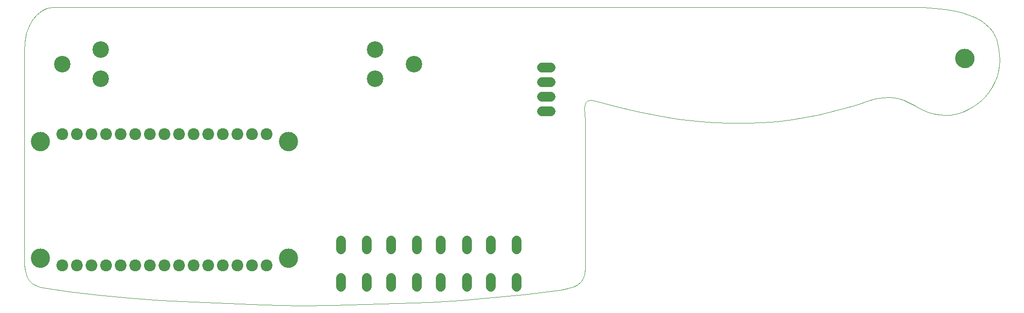
<source format=gts>
G75*
%MOIN*%
%OFA0B0*%
%FSLAX25Y25*%
%IPPOS*%
%LPD*%
%AMOC8*
5,1,8,0,0,1.08239X$1,22.5*
%
%ADD10C,0.00004*%
%ADD11C,0.00000*%
%ADD12C,0.13098*%
%ADD13C,0.06500*%
%ADD14C,0.08100*%
%ADD15C,0.11300*%
D10*
X0011846Y0013466D02*
X0031543Y0010503D01*
X0051860Y0008103D01*
X0072852Y0006185D01*
X0094574Y0004668D01*
X0117080Y0003472D01*
X0140427Y0002516D01*
X0164669Y0001720D01*
X0189861Y0001002D01*
X0212030Y0001298D01*
X0234150Y0001754D01*
X0256205Y0002429D01*
X0278174Y0003386D01*
X0300040Y0004685D01*
X0321784Y0006388D01*
X0343387Y0008557D01*
X0364832Y0011252D01*
X0369506Y0011971D01*
X0373614Y0012818D01*
X0377136Y0013906D01*
X0380047Y0015348D01*
X0382328Y0017258D01*
X0383954Y0019747D01*
X0384906Y0022929D01*
X0385159Y0026918D01*
X0385159Y0129287D01*
X0385099Y0130998D01*
X0384904Y0133242D01*
X0384785Y0135721D01*
X0384951Y0138135D01*
X0385610Y0140186D01*
X0386973Y0141574D01*
X0389248Y0141999D01*
X0392646Y0141164D01*
X0407677Y0137147D01*
X0422037Y0133806D01*
X0435760Y0131108D01*
X0448881Y0129019D01*
X0461435Y0127503D01*
X0473457Y0126528D01*
X0484982Y0126058D01*
X0496044Y0126060D01*
X0506679Y0126499D01*
X0516922Y0127341D01*
X0526807Y0128553D01*
X0536369Y0130098D01*
X0545643Y0131945D01*
X0554664Y0134058D01*
X0563466Y0136403D01*
X0572086Y0138946D01*
X0578498Y0141219D01*
X0584108Y0142735D01*
X0589012Y0143578D01*
X0593307Y0143832D01*
X0597089Y0143583D01*
X0600454Y0142913D01*
X0603500Y0141908D01*
X0606321Y0140653D01*
X0609014Y0139231D01*
X0611676Y0137727D01*
X0614403Y0136226D01*
X0617292Y0134811D01*
X0620438Y0133568D01*
X0623938Y0132580D01*
X0627889Y0131933D01*
X0632386Y0131710D01*
X0635234Y0131704D01*
X0638219Y0132085D01*
X0641296Y0132840D01*
X0644419Y0133952D01*
X0647544Y0135405D01*
X0650626Y0137185D01*
X0653619Y0139275D01*
X0656479Y0141660D01*
X0659161Y0144324D01*
X0661619Y0147253D01*
X0663809Y0150429D01*
X0665686Y0153838D01*
X0667205Y0157464D01*
X0668320Y0161292D01*
X0668987Y0165305D01*
X0669161Y0169489D01*
X0669067Y0173106D01*
X0668728Y0176600D01*
X0668105Y0179958D01*
X0667162Y0183168D01*
X0665859Y0186215D01*
X0664158Y0189089D01*
X0662022Y0191775D01*
X0659413Y0194260D01*
X0656292Y0196533D01*
X0652622Y0198579D01*
X0648364Y0200387D01*
X0643481Y0201944D01*
X0637934Y0203235D01*
X0631685Y0204249D01*
X0624696Y0204973D01*
X0616930Y0205394D01*
X0019959Y0205394D01*
X0016433Y0204726D01*
X0012975Y0203099D01*
X0009716Y0200551D01*
X0006788Y0197124D01*
X0004321Y0192857D01*
X0002447Y0187790D01*
X0001297Y0181964D01*
X0001002Y0175419D01*
X0001002Y0029028D01*
X0001191Y0026999D01*
X0001546Y0024824D01*
X0002150Y0022588D01*
X0003087Y0020375D01*
X0004441Y0018271D01*
X0006297Y0016361D01*
X0008737Y0014731D01*
X0011846Y0013466D01*
D11*
X0005518Y0033510D02*
X0005520Y0033668D01*
X0005526Y0033826D01*
X0005536Y0033984D01*
X0005550Y0034142D01*
X0005568Y0034299D01*
X0005589Y0034456D01*
X0005615Y0034612D01*
X0005645Y0034768D01*
X0005678Y0034923D01*
X0005716Y0035076D01*
X0005757Y0035229D01*
X0005802Y0035381D01*
X0005851Y0035532D01*
X0005904Y0035681D01*
X0005960Y0035829D01*
X0006020Y0035975D01*
X0006084Y0036120D01*
X0006152Y0036263D01*
X0006223Y0036405D01*
X0006297Y0036545D01*
X0006375Y0036682D01*
X0006457Y0036818D01*
X0006541Y0036952D01*
X0006630Y0037083D01*
X0006721Y0037212D01*
X0006816Y0037339D01*
X0006913Y0037464D01*
X0007014Y0037586D01*
X0007118Y0037705D01*
X0007225Y0037822D01*
X0007335Y0037936D01*
X0007448Y0038047D01*
X0007563Y0038156D01*
X0007681Y0038261D01*
X0007802Y0038363D01*
X0007925Y0038463D01*
X0008051Y0038559D01*
X0008179Y0038652D01*
X0008309Y0038742D01*
X0008442Y0038828D01*
X0008577Y0038912D01*
X0008713Y0038991D01*
X0008852Y0039068D01*
X0008993Y0039140D01*
X0009135Y0039210D01*
X0009279Y0039275D01*
X0009425Y0039337D01*
X0009572Y0039395D01*
X0009721Y0039450D01*
X0009871Y0039501D01*
X0010022Y0039548D01*
X0010174Y0039591D01*
X0010327Y0039630D01*
X0010482Y0039666D01*
X0010637Y0039697D01*
X0010793Y0039725D01*
X0010949Y0039749D01*
X0011106Y0039769D01*
X0011264Y0039785D01*
X0011421Y0039797D01*
X0011580Y0039805D01*
X0011738Y0039809D01*
X0011896Y0039809D01*
X0012054Y0039805D01*
X0012213Y0039797D01*
X0012370Y0039785D01*
X0012528Y0039769D01*
X0012685Y0039749D01*
X0012841Y0039725D01*
X0012997Y0039697D01*
X0013152Y0039666D01*
X0013307Y0039630D01*
X0013460Y0039591D01*
X0013612Y0039548D01*
X0013763Y0039501D01*
X0013913Y0039450D01*
X0014062Y0039395D01*
X0014209Y0039337D01*
X0014355Y0039275D01*
X0014499Y0039210D01*
X0014641Y0039140D01*
X0014782Y0039068D01*
X0014921Y0038991D01*
X0015057Y0038912D01*
X0015192Y0038828D01*
X0015325Y0038742D01*
X0015455Y0038652D01*
X0015583Y0038559D01*
X0015709Y0038463D01*
X0015832Y0038363D01*
X0015953Y0038261D01*
X0016071Y0038156D01*
X0016186Y0038047D01*
X0016299Y0037936D01*
X0016409Y0037822D01*
X0016516Y0037705D01*
X0016620Y0037586D01*
X0016721Y0037464D01*
X0016818Y0037339D01*
X0016913Y0037212D01*
X0017004Y0037083D01*
X0017093Y0036952D01*
X0017177Y0036818D01*
X0017259Y0036682D01*
X0017337Y0036545D01*
X0017411Y0036405D01*
X0017482Y0036263D01*
X0017550Y0036120D01*
X0017614Y0035975D01*
X0017674Y0035829D01*
X0017730Y0035681D01*
X0017783Y0035532D01*
X0017832Y0035381D01*
X0017877Y0035229D01*
X0017918Y0035076D01*
X0017956Y0034923D01*
X0017989Y0034768D01*
X0018019Y0034612D01*
X0018045Y0034456D01*
X0018066Y0034299D01*
X0018084Y0034142D01*
X0018098Y0033984D01*
X0018108Y0033826D01*
X0018114Y0033668D01*
X0018116Y0033510D01*
X0018114Y0033352D01*
X0018108Y0033194D01*
X0018098Y0033036D01*
X0018084Y0032878D01*
X0018066Y0032721D01*
X0018045Y0032564D01*
X0018019Y0032408D01*
X0017989Y0032252D01*
X0017956Y0032097D01*
X0017918Y0031944D01*
X0017877Y0031791D01*
X0017832Y0031639D01*
X0017783Y0031488D01*
X0017730Y0031339D01*
X0017674Y0031191D01*
X0017614Y0031045D01*
X0017550Y0030900D01*
X0017482Y0030757D01*
X0017411Y0030615D01*
X0017337Y0030475D01*
X0017259Y0030338D01*
X0017177Y0030202D01*
X0017093Y0030068D01*
X0017004Y0029937D01*
X0016913Y0029808D01*
X0016818Y0029681D01*
X0016721Y0029556D01*
X0016620Y0029434D01*
X0016516Y0029315D01*
X0016409Y0029198D01*
X0016299Y0029084D01*
X0016186Y0028973D01*
X0016071Y0028864D01*
X0015953Y0028759D01*
X0015832Y0028657D01*
X0015709Y0028557D01*
X0015583Y0028461D01*
X0015455Y0028368D01*
X0015325Y0028278D01*
X0015192Y0028192D01*
X0015057Y0028108D01*
X0014921Y0028029D01*
X0014782Y0027952D01*
X0014641Y0027880D01*
X0014499Y0027810D01*
X0014355Y0027745D01*
X0014209Y0027683D01*
X0014062Y0027625D01*
X0013913Y0027570D01*
X0013763Y0027519D01*
X0013612Y0027472D01*
X0013460Y0027429D01*
X0013307Y0027390D01*
X0013152Y0027354D01*
X0012997Y0027323D01*
X0012841Y0027295D01*
X0012685Y0027271D01*
X0012528Y0027251D01*
X0012370Y0027235D01*
X0012213Y0027223D01*
X0012054Y0027215D01*
X0011896Y0027211D01*
X0011738Y0027211D01*
X0011580Y0027215D01*
X0011421Y0027223D01*
X0011264Y0027235D01*
X0011106Y0027251D01*
X0010949Y0027271D01*
X0010793Y0027295D01*
X0010637Y0027323D01*
X0010482Y0027354D01*
X0010327Y0027390D01*
X0010174Y0027429D01*
X0010022Y0027472D01*
X0009871Y0027519D01*
X0009721Y0027570D01*
X0009572Y0027625D01*
X0009425Y0027683D01*
X0009279Y0027745D01*
X0009135Y0027810D01*
X0008993Y0027880D01*
X0008852Y0027952D01*
X0008713Y0028029D01*
X0008577Y0028108D01*
X0008442Y0028192D01*
X0008309Y0028278D01*
X0008179Y0028368D01*
X0008051Y0028461D01*
X0007925Y0028557D01*
X0007802Y0028657D01*
X0007681Y0028759D01*
X0007563Y0028864D01*
X0007448Y0028973D01*
X0007335Y0029084D01*
X0007225Y0029198D01*
X0007118Y0029315D01*
X0007014Y0029434D01*
X0006913Y0029556D01*
X0006816Y0029681D01*
X0006721Y0029808D01*
X0006630Y0029937D01*
X0006541Y0030068D01*
X0006457Y0030202D01*
X0006375Y0030338D01*
X0006297Y0030475D01*
X0006223Y0030615D01*
X0006152Y0030757D01*
X0006084Y0030900D01*
X0006020Y0031045D01*
X0005960Y0031191D01*
X0005904Y0031339D01*
X0005851Y0031488D01*
X0005802Y0031639D01*
X0005757Y0031791D01*
X0005716Y0031944D01*
X0005678Y0032097D01*
X0005645Y0032252D01*
X0005615Y0032408D01*
X0005589Y0032564D01*
X0005568Y0032721D01*
X0005550Y0032878D01*
X0005536Y0033036D01*
X0005526Y0033194D01*
X0005520Y0033352D01*
X0005518Y0033510D01*
X0175518Y0033510D02*
X0175520Y0033668D01*
X0175526Y0033826D01*
X0175536Y0033984D01*
X0175550Y0034142D01*
X0175568Y0034299D01*
X0175589Y0034456D01*
X0175615Y0034612D01*
X0175645Y0034768D01*
X0175678Y0034923D01*
X0175716Y0035076D01*
X0175757Y0035229D01*
X0175802Y0035381D01*
X0175851Y0035532D01*
X0175904Y0035681D01*
X0175960Y0035829D01*
X0176020Y0035975D01*
X0176084Y0036120D01*
X0176152Y0036263D01*
X0176223Y0036405D01*
X0176297Y0036545D01*
X0176375Y0036682D01*
X0176457Y0036818D01*
X0176541Y0036952D01*
X0176630Y0037083D01*
X0176721Y0037212D01*
X0176816Y0037339D01*
X0176913Y0037464D01*
X0177014Y0037586D01*
X0177118Y0037705D01*
X0177225Y0037822D01*
X0177335Y0037936D01*
X0177448Y0038047D01*
X0177563Y0038156D01*
X0177681Y0038261D01*
X0177802Y0038363D01*
X0177925Y0038463D01*
X0178051Y0038559D01*
X0178179Y0038652D01*
X0178309Y0038742D01*
X0178442Y0038828D01*
X0178577Y0038912D01*
X0178713Y0038991D01*
X0178852Y0039068D01*
X0178993Y0039140D01*
X0179135Y0039210D01*
X0179279Y0039275D01*
X0179425Y0039337D01*
X0179572Y0039395D01*
X0179721Y0039450D01*
X0179871Y0039501D01*
X0180022Y0039548D01*
X0180174Y0039591D01*
X0180327Y0039630D01*
X0180482Y0039666D01*
X0180637Y0039697D01*
X0180793Y0039725D01*
X0180949Y0039749D01*
X0181106Y0039769D01*
X0181264Y0039785D01*
X0181421Y0039797D01*
X0181580Y0039805D01*
X0181738Y0039809D01*
X0181896Y0039809D01*
X0182054Y0039805D01*
X0182213Y0039797D01*
X0182370Y0039785D01*
X0182528Y0039769D01*
X0182685Y0039749D01*
X0182841Y0039725D01*
X0182997Y0039697D01*
X0183152Y0039666D01*
X0183307Y0039630D01*
X0183460Y0039591D01*
X0183612Y0039548D01*
X0183763Y0039501D01*
X0183913Y0039450D01*
X0184062Y0039395D01*
X0184209Y0039337D01*
X0184355Y0039275D01*
X0184499Y0039210D01*
X0184641Y0039140D01*
X0184782Y0039068D01*
X0184921Y0038991D01*
X0185057Y0038912D01*
X0185192Y0038828D01*
X0185325Y0038742D01*
X0185455Y0038652D01*
X0185583Y0038559D01*
X0185709Y0038463D01*
X0185832Y0038363D01*
X0185953Y0038261D01*
X0186071Y0038156D01*
X0186186Y0038047D01*
X0186299Y0037936D01*
X0186409Y0037822D01*
X0186516Y0037705D01*
X0186620Y0037586D01*
X0186721Y0037464D01*
X0186818Y0037339D01*
X0186913Y0037212D01*
X0187004Y0037083D01*
X0187093Y0036952D01*
X0187177Y0036818D01*
X0187259Y0036682D01*
X0187337Y0036545D01*
X0187411Y0036405D01*
X0187482Y0036263D01*
X0187550Y0036120D01*
X0187614Y0035975D01*
X0187674Y0035829D01*
X0187730Y0035681D01*
X0187783Y0035532D01*
X0187832Y0035381D01*
X0187877Y0035229D01*
X0187918Y0035076D01*
X0187956Y0034923D01*
X0187989Y0034768D01*
X0188019Y0034612D01*
X0188045Y0034456D01*
X0188066Y0034299D01*
X0188084Y0034142D01*
X0188098Y0033984D01*
X0188108Y0033826D01*
X0188114Y0033668D01*
X0188116Y0033510D01*
X0188114Y0033352D01*
X0188108Y0033194D01*
X0188098Y0033036D01*
X0188084Y0032878D01*
X0188066Y0032721D01*
X0188045Y0032564D01*
X0188019Y0032408D01*
X0187989Y0032252D01*
X0187956Y0032097D01*
X0187918Y0031944D01*
X0187877Y0031791D01*
X0187832Y0031639D01*
X0187783Y0031488D01*
X0187730Y0031339D01*
X0187674Y0031191D01*
X0187614Y0031045D01*
X0187550Y0030900D01*
X0187482Y0030757D01*
X0187411Y0030615D01*
X0187337Y0030475D01*
X0187259Y0030338D01*
X0187177Y0030202D01*
X0187093Y0030068D01*
X0187004Y0029937D01*
X0186913Y0029808D01*
X0186818Y0029681D01*
X0186721Y0029556D01*
X0186620Y0029434D01*
X0186516Y0029315D01*
X0186409Y0029198D01*
X0186299Y0029084D01*
X0186186Y0028973D01*
X0186071Y0028864D01*
X0185953Y0028759D01*
X0185832Y0028657D01*
X0185709Y0028557D01*
X0185583Y0028461D01*
X0185455Y0028368D01*
X0185325Y0028278D01*
X0185192Y0028192D01*
X0185057Y0028108D01*
X0184921Y0028029D01*
X0184782Y0027952D01*
X0184641Y0027880D01*
X0184499Y0027810D01*
X0184355Y0027745D01*
X0184209Y0027683D01*
X0184062Y0027625D01*
X0183913Y0027570D01*
X0183763Y0027519D01*
X0183612Y0027472D01*
X0183460Y0027429D01*
X0183307Y0027390D01*
X0183152Y0027354D01*
X0182997Y0027323D01*
X0182841Y0027295D01*
X0182685Y0027271D01*
X0182528Y0027251D01*
X0182370Y0027235D01*
X0182213Y0027223D01*
X0182054Y0027215D01*
X0181896Y0027211D01*
X0181738Y0027211D01*
X0181580Y0027215D01*
X0181421Y0027223D01*
X0181264Y0027235D01*
X0181106Y0027251D01*
X0180949Y0027271D01*
X0180793Y0027295D01*
X0180637Y0027323D01*
X0180482Y0027354D01*
X0180327Y0027390D01*
X0180174Y0027429D01*
X0180022Y0027472D01*
X0179871Y0027519D01*
X0179721Y0027570D01*
X0179572Y0027625D01*
X0179425Y0027683D01*
X0179279Y0027745D01*
X0179135Y0027810D01*
X0178993Y0027880D01*
X0178852Y0027952D01*
X0178713Y0028029D01*
X0178577Y0028108D01*
X0178442Y0028192D01*
X0178309Y0028278D01*
X0178179Y0028368D01*
X0178051Y0028461D01*
X0177925Y0028557D01*
X0177802Y0028657D01*
X0177681Y0028759D01*
X0177563Y0028864D01*
X0177448Y0028973D01*
X0177335Y0029084D01*
X0177225Y0029198D01*
X0177118Y0029315D01*
X0177014Y0029434D01*
X0176913Y0029556D01*
X0176816Y0029681D01*
X0176721Y0029808D01*
X0176630Y0029937D01*
X0176541Y0030068D01*
X0176457Y0030202D01*
X0176375Y0030338D01*
X0176297Y0030475D01*
X0176223Y0030615D01*
X0176152Y0030757D01*
X0176084Y0030900D01*
X0176020Y0031045D01*
X0175960Y0031191D01*
X0175904Y0031339D01*
X0175851Y0031488D01*
X0175802Y0031639D01*
X0175757Y0031791D01*
X0175716Y0031944D01*
X0175678Y0032097D01*
X0175645Y0032252D01*
X0175615Y0032408D01*
X0175589Y0032564D01*
X0175568Y0032721D01*
X0175550Y0032878D01*
X0175536Y0033036D01*
X0175526Y0033194D01*
X0175520Y0033352D01*
X0175518Y0033510D01*
X0175518Y0113510D02*
X0175520Y0113668D01*
X0175526Y0113826D01*
X0175536Y0113984D01*
X0175550Y0114142D01*
X0175568Y0114299D01*
X0175589Y0114456D01*
X0175615Y0114612D01*
X0175645Y0114768D01*
X0175678Y0114923D01*
X0175716Y0115076D01*
X0175757Y0115229D01*
X0175802Y0115381D01*
X0175851Y0115532D01*
X0175904Y0115681D01*
X0175960Y0115829D01*
X0176020Y0115975D01*
X0176084Y0116120D01*
X0176152Y0116263D01*
X0176223Y0116405D01*
X0176297Y0116545D01*
X0176375Y0116682D01*
X0176457Y0116818D01*
X0176541Y0116952D01*
X0176630Y0117083D01*
X0176721Y0117212D01*
X0176816Y0117339D01*
X0176913Y0117464D01*
X0177014Y0117586D01*
X0177118Y0117705D01*
X0177225Y0117822D01*
X0177335Y0117936D01*
X0177448Y0118047D01*
X0177563Y0118156D01*
X0177681Y0118261D01*
X0177802Y0118363D01*
X0177925Y0118463D01*
X0178051Y0118559D01*
X0178179Y0118652D01*
X0178309Y0118742D01*
X0178442Y0118828D01*
X0178577Y0118912D01*
X0178713Y0118991D01*
X0178852Y0119068D01*
X0178993Y0119140D01*
X0179135Y0119210D01*
X0179279Y0119275D01*
X0179425Y0119337D01*
X0179572Y0119395D01*
X0179721Y0119450D01*
X0179871Y0119501D01*
X0180022Y0119548D01*
X0180174Y0119591D01*
X0180327Y0119630D01*
X0180482Y0119666D01*
X0180637Y0119697D01*
X0180793Y0119725D01*
X0180949Y0119749D01*
X0181106Y0119769D01*
X0181264Y0119785D01*
X0181421Y0119797D01*
X0181580Y0119805D01*
X0181738Y0119809D01*
X0181896Y0119809D01*
X0182054Y0119805D01*
X0182213Y0119797D01*
X0182370Y0119785D01*
X0182528Y0119769D01*
X0182685Y0119749D01*
X0182841Y0119725D01*
X0182997Y0119697D01*
X0183152Y0119666D01*
X0183307Y0119630D01*
X0183460Y0119591D01*
X0183612Y0119548D01*
X0183763Y0119501D01*
X0183913Y0119450D01*
X0184062Y0119395D01*
X0184209Y0119337D01*
X0184355Y0119275D01*
X0184499Y0119210D01*
X0184641Y0119140D01*
X0184782Y0119068D01*
X0184921Y0118991D01*
X0185057Y0118912D01*
X0185192Y0118828D01*
X0185325Y0118742D01*
X0185455Y0118652D01*
X0185583Y0118559D01*
X0185709Y0118463D01*
X0185832Y0118363D01*
X0185953Y0118261D01*
X0186071Y0118156D01*
X0186186Y0118047D01*
X0186299Y0117936D01*
X0186409Y0117822D01*
X0186516Y0117705D01*
X0186620Y0117586D01*
X0186721Y0117464D01*
X0186818Y0117339D01*
X0186913Y0117212D01*
X0187004Y0117083D01*
X0187093Y0116952D01*
X0187177Y0116818D01*
X0187259Y0116682D01*
X0187337Y0116545D01*
X0187411Y0116405D01*
X0187482Y0116263D01*
X0187550Y0116120D01*
X0187614Y0115975D01*
X0187674Y0115829D01*
X0187730Y0115681D01*
X0187783Y0115532D01*
X0187832Y0115381D01*
X0187877Y0115229D01*
X0187918Y0115076D01*
X0187956Y0114923D01*
X0187989Y0114768D01*
X0188019Y0114612D01*
X0188045Y0114456D01*
X0188066Y0114299D01*
X0188084Y0114142D01*
X0188098Y0113984D01*
X0188108Y0113826D01*
X0188114Y0113668D01*
X0188116Y0113510D01*
X0188114Y0113352D01*
X0188108Y0113194D01*
X0188098Y0113036D01*
X0188084Y0112878D01*
X0188066Y0112721D01*
X0188045Y0112564D01*
X0188019Y0112408D01*
X0187989Y0112252D01*
X0187956Y0112097D01*
X0187918Y0111944D01*
X0187877Y0111791D01*
X0187832Y0111639D01*
X0187783Y0111488D01*
X0187730Y0111339D01*
X0187674Y0111191D01*
X0187614Y0111045D01*
X0187550Y0110900D01*
X0187482Y0110757D01*
X0187411Y0110615D01*
X0187337Y0110475D01*
X0187259Y0110338D01*
X0187177Y0110202D01*
X0187093Y0110068D01*
X0187004Y0109937D01*
X0186913Y0109808D01*
X0186818Y0109681D01*
X0186721Y0109556D01*
X0186620Y0109434D01*
X0186516Y0109315D01*
X0186409Y0109198D01*
X0186299Y0109084D01*
X0186186Y0108973D01*
X0186071Y0108864D01*
X0185953Y0108759D01*
X0185832Y0108657D01*
X0185709Y0108557D01*
X0185583Y0108461D01*
X0185455Y0108368D01*
X0185325Y0108278D01*
X0185192Y0108192D01*
X0185057Y0108108D01*
X0184921Y0108029D01*
X0184782Y0107952D01*
X0184641Y0107880D01*
X0184499Y0107810D01*
X0184355Y0107745D01*
X0184209Y0107683D01*
X0184062Y0107625D01*
X0183913Y0107570D01*
X0183763Y0107519D01*
X0183612Y0107472D01*
X0183460Y0107429D01*
X0183307Y0107390D01*
X0183152Y0107354D01*
X0182997Y0107323D01*
X0182841Y0107295D01*
X0182685Y0107271D01*
X0182528Y0107251D01*
X0182370Y0107235D01*
X0182213Y0107223D01*
X0182054Y0107215D01*
X0181896Y0107211D01*
X0181738Y0107211D01*
X0181580Y0107215D01*
X0181421Y0107223D01*
X0181264Y0107235D01*
X0181106Y0107251D01*
X0180949Y0107271D01*
X0180793Y0107295D01*
X0180637Y0107323D01*
X0180482Y0107354D01*
X0180327Y0107390D01*
X0180174Y0107429D01*
X0180022Y0107472D01*
X0179871Y0107519D01*
X0179721Y0107570D01*
X0179572Y0107625D01*
X0179425Y0107683D01*
X0179279Y0107745D01*
X0179135Y0107810D01*
X0178993Y0107880D01*
X0178852Y0107952D01*
X0178713Y0108029D01*
X0178577Y0108108D01*
X0178442Y0108192D01*
X0178309Y0108278D01*
X0178179Y0108368D01*
X0178051Y0108461D01*
X0177925Y0108557D01*
X0177802Y0108657D01*
X0177681Y0108759D01*
X0177563Y0108864D01*
X0177448Y0108973D01*
X0177335Y0109084D01*
X0177225Y0109198D01*
X0177118Y0109315D01*
X0177014Y0109434D01*
X0176913Y0109556D01*
X0176816Y0109681D01*
X0176721Y0109808D01*
X0176630Y0109937D01*
X0176541Y0110068D01*
X0176457Y0110202D01*
X0176375Y0110338D01*
X0176297Y0110475D01*
X0176223Y0110615D01*
X0176152Y0110757D01*
X0176084Y0110900D01*
X0176020Y0111045D01*
X0175960Y0111191D01*
X0175904Y0111339D01*
X0175851Y0111488D01*
X0175802Y0111639D01*
X0175757Y0111791D01*
X0175716Y0111944D01*
X0175678Y0112097D01*
X0175645Y0112252D01*
X0175615Y0112408D01*
X0175589Y0112564D01*
X0175568Y0112721D01*
X0175550Y0112878D01*
X0175536Y0113036D01*
X0175526Y0113194D01*
X0175520Y0113352D01*
X0175518Y0113510D01*
X0005518Y0113510D02*
X0005520Y0113668D01*
X0005526Y0113826D01*
X0005536Y0113984D01*
X0005550Y0114142D01*
X0005568Y0114299D01*
X0005589Y0114456D01*
X0005615Y0114612D01*
X0005645Y0114768D01*
X0005678Y0114923D01*
X0005716Y0115076D01*
X0005757Y0115229D01*
X0005802Y0115381D01*
X0005851Y0115532D01*
X0005904Y0115681D01*
X0005960Y0115829D01*
X0006020Y0115975D01*
X0006084Y0116120D01*
X0006152Y0116263D01*
X0006223Y0116405D01*
X0006297Y0116545D01*
X0006375Y0116682D01*
X0006457Y0116818D01*
X0006541Y0116952D01*
X0006630Y0117083D01*
X0006721Y0117212D01*
X0006816Y0117339D01*
X0006913Y0117464D01*
X0007014Y0117586D01*
X0007118Y0117705D01*
X0007225Y0117822D01*
X0007335Y0117936D01*
X0007448Y0118047D01*
X0007563Y0118156D01*
X0007681Y0118261D01*
X0007802Y0118363D01*
X0007925Y0118463D01*
X0008051Y0118559D01*
X0008179Y0118652D01*
X0008309Y0118742D01*
X0008442Y0118828D01*
X0008577Y0118912D01*
X0008713Y0118991D01*
X0008852Y0119068D01*
X0008993Y0119140D01*
X0009135Y0119210D01*
X0009279Y0119275D01*
X0009425Y0119337D01*
X0009572Y0119395D01*
X0009721Y0119450D01*
X0009871Y0119501D01*
X0010022Y0119548D01*
X0010174Y0119591D01*
X0010327Y0119630D01*
X0010482Y0119666D01*
X0010637Y0119697D01*
X0010793Y0119725D01*
X0010949Y0119749D01*
X0011106Y0119769D01*
X0011264Y0119785D01*
X0011421Y0119797D01*
X0011580Y0119805D01*
X0011738Y0119809D01*
X0011896Y0119809D01*
X0012054Y0119805D01*
X0012213Y0119797D01*
X0012370Y0119785D01*
X0012528Y0119769D01*
X0012685Y0119749D01*
X0012841Y0119725D01*
X0012997Y0119697D01*
X0013152Y0119666D01*
X0013307Y0119630D01*
X0013460Y0119591D01*
X0013612Y0119548D01*
X0013763Y0119501D01*
X0013913Y0119450D01*
X0014062Y0119395D01*
X0014209Y0119337D01*
X0014355Y0119275D01*
X0014499Y0119210D01*
X0014641Y0119140D01*
X0014782Y0119068D01*
X0014921Y0118991D01*
X0015057Y0118912D01*
X0015192Y0118828D01*
X0015325Y0118742D01*
X0015455Y0118652D01*
X0015583Y0118559D01*
X0015709Y0118463D01*
X0015832Y0118363D01*
X0015953Y0118261D01*
X0016071Y0118156D01*
X0016186Y0118047D01*
X0016299Y0117936D01*
X0016409Y0117822D01*
X0016516Y0117705D01*
X0016620Y0117586D01*
X0016721Y0117464D01*
X0016818Y0117339D01*
X0016913Y0117212D01*
X0017004Y0117083D01*
X0017093Y0116952D01*
X0017177Y0116818D01*
X0017259Y0116682D01*
X0017337Y0116545D01*
X0017411Y0116405D01*
X0017482Y0116263D01*
X0017550Y0116120D01*
X0017614Y0115975D01*
X0017674Y0115829D01*
X0017730Y0115681D01*
X0017783Y0115532D01*
X0017832Y0115381D01*
X0017877Y0115229D01*
X0017918Y0115076D01*
X0017956Y0114923D01*
X0017989Y0114768D01*
X0018019Y0114612D01*
X0018045Y0114456D01*
X0018066Y0114299D01*
X0018084Y0114142D01*
X0018098Y0113984D01*
X0018108Y0113826D01*
X0018114Y0113668D01*
X0018116Y0113510D01*
X0018114Y0113352D01*
X0018108Y0113194D01*
X0018098Y0113036D01*
X0018084Y0112878D01*
X0018066Y0112721D01*
X0018045Y0112564D01*
X0018019Y0112408D01*
X0017989Y0112252D01*
X0017956Y0112097D01*
X0017918Y0111944D01*
X0017877Y0111791D01*
X0017832Y0111639D01*
X0017783Y0111488D01*
X0017730Y0111339D01*
X0017674Y0111191D01*
X0017614Y0111045D01*
X0017550Y0110900D01*
X0017482Y0110757D01*
X0017411Y0110615D01*
X0017337Y0110475D01*
X0017259Y0110338D01*
X0017177Y0110202D01*
X0017093Y0110068D01*
X0017004Y0109937D01*
X0016913Y0109808D01*
X0016818Y0109681D01*
X0016721Y0109556D01*
X0016620Y0109434D01*
X0016516Y0109315D01*
X0016409Y0109198D01*
X0016299Y0109084D01*
X0016186Y0108973D01*
X0016071Y0108864D01*
X0015953Y0108759D01*
X0015832Y0108657D01*
X0015709Y0108557D01*
X0015583Y0108461D01*
X0015455Y0108368D01*
X0015325Y0108278D01*
X0015192Y0108192D01*
X0015057Y0108108D01*
X0014921Y0108029D01*
X0014782Y0107952D01*
X0014641Y0107880D01*
X0014499Y0107810D01*
X0014355Y0107745D01*
X0014209Y0107683D01*
X0014062Y0107625D01*
X0013913Y0107570D01*
X0013763Y0107519D01*
X0013612Y0107472D01*
X0013460Y0107429D01*
X0013307Y0107390D01*
X0013152Y0107354D01*
X0012997Y0107323D01*
X0012841Y0107295D01*
X0012685Y0107271D01*
X0012528Y0107251D01*
X0012370Y0107235D01*
X0012213Y0107223D01*
X0012054Y0107215D01*
X0011896Y0107211D01*
X0011738Y0107211D01*
X0011580Y0107215D01*
X0011421Y0107223D01*
X0011264Y0107235D01*
X0011106Y0107251D01*
X0010949Y0107271D01*
X0010793Y0107295D01*
X0010637Y0107323D01*
X0010482Y0107354D01*
X0010327Y0107390D01*
X0010174Y0107429D01*
X0010022Y0107472D01*
X0009871Y0107519D01*
X0009721Y0107570D01*
X0009572Y0107625D01*
X0009425Y0107683D01*
X0009279Y0107745D01*
X0009135Y0107810D01*
X0008993Y0107880D01*
X0008852Y0107952D01*
X0008713Y0108029D01*
X0008577Y0108108D01*
X0008442Y0108192D01*
X0008309Y0108278D01*
X0008179Y0108368D01*
X0008051Y0108461D01*
X0007925Y0108557D01*
X0007802Y0108657D01*
X0007681Y0108759D01*
X0007563Y0108864D01*
X0007448Y0108973D01*
X0007335Y0109084D01*
X0007225Y0109198D01*
X0007118Y0109315D01*
X0007014Y0109434D01*
X0006913Y0109556D01*
X0006816Y0109681D01*
X0006721Y0109808D01*
X0006630Y0109937D01*
X0006541Y0110068D01*
X0006457Y0110202D01*
X0006375Y0110338D01*
X0006297Y0110475D01*
X0006223Y0110615D01*
X0006152Y0110757D01*
X0006084Y0110900D01*
X0006020Y0111045D01*
X0005960Y0111191D01*
X0005904Y0111339D01*
X0005851Y0111488D01*
X0005802Y0111639D01*
X0005757Y0111791D01*
X0005716Y0111944D01*
X0005678Y0112097D01*
X0005645Y0112252D01*
X0005615Y0112408D01*
X0005589Y0112564D01*
X0005568Y0112721D01*
X0005550Y0112878D01*
X0005536Y0113036D01*
X0005526Y0113194D01*
X0005520Y0113352D01*
X0005518Y0113510D01*
X0639132Y0170447D02*
X0639134Y0170605D01*
X0639140Y0170763D01*
X0639150Y0170921D01*
X0639164Y0171079D01*
X0639182Y0171236D01*
X0639203Y0171393D01*
X0639229Y0171549D01*
X0639259Y0171705D01*
X0639292Y0171860D01*
X0639330Y0172013D01*
X0639371Y0172166D01*
X0639416Y0172318D01*
X0639465Y0172469D01*
X0639518Y0172618D01*
X0639574Y0172766D01*
X0639634Y0172912D01*
X0639698Y0173057D01*
X0639766Y0173200D01*
X0639837Y0173342D01*
X0639911Y0173482D01*
X0639989Y0173619D01*
X0640071Y0173755D01*
X0640155Y0173889D01*
X0640244Y0174020D01*
X0640335Y0174149D01*
X0640430Y0174276D01*
X0640527Y0174401D01*
X0640628Y0174523D01*
X0640732Y0174642D01*
X0640839Y0174759D01*
X0640949Y0174873D01*
X0641062Y0174984D01*
X0641177Y0175093D01*
X0641295Y0175198D01*
X0641416Y0175300D01*
X0641539Y0175400D01*
X0641665Y0175496D01*
X0641793Y0175589D01*
X0641923Y0175679D01*
X0642056Y0175765D01*
X0642191Y0175849D01*
X0642327Y0175928D01*
X0642466Y0176005D01*
X0642607Y0176077D01*
X0642749Y0176147D01*
X0642893Y0176212D01*
X0643039Y0176274D01*
X0643186Y0176332D01*
X0643335Y0176387D01*
X0643485Y0176438D01*
X0643636Y0176485D01*
X0643788Y0176528D01*
X0643941Y0176567D01*
X0644096Y0176603D01*
X0644251Y0176634D01*
X0644407Y0176662D01*
X0644563Y0176686D01*
X0644720Y0176706D01*
X0644878Y0176722D01*
X0645035Y0176734D01*
X0645194Y0176742D01*
X0645352Y0176746D01*
X0645510Y0176746D01*
X0645668Y0176742D01*
X0645827Y0176734D01*
X0645984Y0176722D01*
X0646142Y0176706D01*
X0646299Y0176686D01*
X0646455Y0176662D01*
X0646611Y0176634D01*
X0646766Y0176603D01*
X0646921Y0176567D01*
X0647074Y0176528D01*
X0647226Y0176485D01*
X0647377Y0176438D01*
X0647527Y0176387D01*
X0647676Y0176332D01*
X0647823Y0176274D01*
X0647969Y0176212D01*
X0648113Y0176147D01*
X0648255Y0176077D01*
X0648396Y0176005D01*
X0648535Y0175928D01*
X0648671Y0175849D01*
X0648806Y0175765D01*
X0648939Y0175679D01*
X0649069Y0175589D01*
X0649197Y0175496D01*
X0649323Y0175400D01*
X0649446Y0175300D01*
X0649567Y0175198D01*
X0649685Y0175093D01*
X0649800Y0174984D01*
X0649913Y0174873D01*
X0650023Y0174759D01*
X0650130Y0174642D01*
X0650234Y0174523D01*
X0650335Y0174401D01*
X0650432Y0174276D01*
X0650527Y0174149D01*
X0650618Y0174020D01*
X0650707Y0173889D01*
X0650791Y0173755D01*
X0650873Y0173619D01*
X0650951Y0173482D01*
X0651025Y0173342D01*
X0651096Y0173200D01*
X0651164Y0173057D01*
X0651228Y0172912D01*
X0651288Y0172766D01*
X0651344Y0172618D01*
X0651397Y0172469D01*
X0651446Y0172318D01*
X0651491Y0172166D01*
X0651532Y0172013D01*
X0651570Y0171860D01*
X0651603Y0171705D01*
X0651633Y0171549D01*
X0651659Y0171393D01*
X0651680Y0171236D01*
X0651698Y0171079D01*
X0651712Y0170921D01*
X0651722Y0170763D01*
X0651728Y0170605D01*
X0651730Y0170447D01*
X0651728Y0170289D01*
X0651722Y0170131D01*
X0651712Y0169973D01*
X0651698Y0169815D01*
X0651680Y0169658D01*
X0651659Y0169501D01*
X0651633Y0169345D01*
X0651603Y0169189D01*
X0651570Y0169034D01*
X0651532Y0168881D01*
X0651491Y0168728D01*
X0651446Y0168576D01*
X0651397Y0168425D01*
X0651344Y0168276D01*
X0651288Y0168128D01*
X0651228Y0167982D01*
X0651164Y0167837D01*
X0651096Y0167694D01*
X0651025Y0167552D01*
X0650951Y0167412D01*
X0650873Y0167275D01*
X0650791Y0167139D01*
X0650707Y0167005D01*
X0650618Y0166874D01*
X0650527Y0166745D01*
X0650432Y0166618D01*
X0650335Y0166493D01*
X0650234Y0166371D01*
X0650130Y0166252D01*
X0650023Y0166135D01*
X0649913Y0166021D01*
X0649800Y0165910D01*
X0649685Y0165801D01*
X0649567Y0165696D01*
X0649446Y0165594D01*
X0649323Y0165494D01*
X0649197Y0165398D01*
X0649069Y0165305D01*
X0648939Y0165215D01*
X0648806Y0165129D01*
X0648671Y0165045D01*
X0648535Y0164966D01*
X0648396Y0164889D01*
X0648255Y0164817D01*
X0648113Y0164747D01*
X0647969Y0164682D01*
X0647823Y0164620D01*
X0647676Y0164562D01*
X0647527Y0164507D01*
X0647377Y0164456D01*
X0647226Y0164409D01*
X0647074Y0164366D01*
X0646921Y0164327D01*
X0646766Y0164291D01*
X0646611Y0164260D01*
X0646455Y0164232D01*
X0646299Y0164208D01*
X0646142Y0164188D01*
X0645984Y0164172D01*
X0645827Y0164160D01*
X0645668Y0164152D01*
X0645510Y0164148D01*
X0645352Y0164148D01*
X0645194Y0164152D01*
X0645035Y0164160D01*
X0644878Y0164172D01*
X0644720Y0164188D01*
X0644563Y0164208D01*
X0644407Y0164232D01*
X0644251Y0164260D01*
X0644096Y0164291D01*
X0643941Y0164327D01*
X0643788Y0164366D01*
X0643636Y0164409D01*
X0643485Y0164456D01*
X0643335Y0164507D01*
X0643186Y0164562D01*
X0643039Y0164620D01*
X0642893Y0164682D01*
X0642749Y0164747D01*
X0642607Y0164817D01*
X0642466Y0164889D01*
X0642327Y0164966D01*
X0642191Y0165045D01*
X0642056Y0165129D01*
X0641923Y0165215D01*
X0641793Y0165305D01*
X0641665Y0165398D01*
X0641539Y0165494D01*
X0641416Y0165594D01*
X0641295Y0165696D01*
X0641177Y0165801D01*
X0641062Y0165910D01*
X0640949Y0166021D01*
X0640839Y0166135D01*
X0640732Y0166252D01*
X0640628Y0166371D01*
X0640527Y0166493D01*
X0640430Y0166618D01*
X0640335Y0166745D01*
X0640244Y0166874D01*
X0640155Y0167005D01*
X0640071Y0167139D01*
X0639989Y0167275D01*
X0639911Y0167412D01*
X0639837Y0167552D01*
X0639766Y0167694D01*
X0639698Y0167837D01*
X0639634Y0167982D01*
X0639574Y0168128D01*
X0639518Y0168276D01*
X0639465Y0168425D01*
X0639416Y0168576D01*
X0639371Y0168728D01*
X0639330Y0168881D01*
X0639292Y0169034D01*
X0639259Y0169189D01*
X0639229Y0169345D01*
X0639203Y0169501D01*
X0639182Y0169658D01*
X0639164Y0169815D01*
X0639150Y0169973D01*
X0639140Y0170131D01*
X0639134Y0170289D01*
X0639132Y0170447D01*
D12*
X0645431Y0170447D03*
X0181817Y0113510D03*
X0011817Y0113510D03*
X0011817Y0033510D03*
X0181817Y0033510D03*
D13*
X0217949Y0039499D02*
X0217949Y0045499D01*
X0235749Y0045499D02*
X0235749Y0039499D01*
X0252169Y0039499D02*
X0252169Y0045499D01*
X0269969Y0045499D02*
X0269969Y0039499D01*
X0286390Y0039499D02*
X0286390Y0045499D01*
X0304190Y0045499D02*
X0304190Y0039499D01*
X0320610Y0039499D02*
X0320610Y0045499D01*
X0338410Y0045499D02*
X0338410Y0039499D01*
X0338410Y0019899D02*
X0338410Y0013899D01*
X0320610Y0013899D02*
X0320610Y0019899D01*
X0304190Y0019899D02*
X0304190Y0013899D01*
X0286390Y0013899D02*
X0286390Y0019899D01*
X0269969Y0019899D02*
X0269969Y0013899D01*
X0252169Y0013899D02*
X0252169Y0019899D01*
X0235749Y0019899D02*
X0235749Y0013899D01*
X0217949Y0013899D02*
X0217949Y0019899D01*
X0355778Y0134069D02*
X0361778Y0134069D01*
X0361778Y0144069D02*
X0355778Y0144069D01*
X0355778Y0154069D02*
X0361778Y0154069D01*
X0361778Y0164069D02*
X0355778Y0164069D01*
D14*
X0166817Y0118510D03*
X0156817Y0118510D03*
X0146817Y0118510D03*
X0136817Y0118510D03*
X0126817Y0118510D03*
X0116817Y0118510D03*
X0106817Y0118510D03*
X0096817Y0118510D03*
X0086817Y0118510D03*
X0076817Y0118510D03*
X0066817Y0118510D03*
X0056817Y0118510D03*
X0046817Y0118510D03*
X0036817Y0118510D03*
X0026817Y0118510D03*
X0026817Y0028510D03*
X0036817Y0028510D03*
X0046817Y0028510D03*
X0056817Y0028510D03*
X0066817Y0028510D03*
X0076817Y0028510D03*
X0086817Y0028510D03*
X0096817Y0028510D03*
X0106817Y0028510D03*
X0116817Y0028510D03*
X0126817Y0028510D03*
X0136817Y0028510D03*
X0146817Y0028510D03*
X0156817Y0028510D03*
X0166817Y0028510D03*
D15*
X0241447Y0156408D03*
X0268014Y0166408D03*
X0241447Y0176408D03*
X0053416Y0176487D03*
X0026849Y0166487D03*
X0053416Y0156487D03*
M02*

</source>
